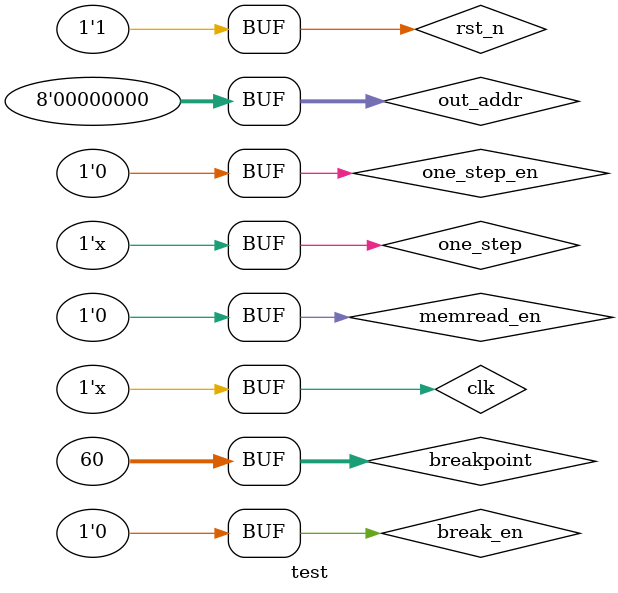
<source format=v>
`timescale 1ns / 1ps


module test;

	// Inputs
	reg clk;
	reg rst_n;
	reg memread_en;
	reg [7:0] out_addr;
	reg break_en;
	reg [31:0] breakpoint;
	reg one_step_en;
	reg one_step;
	wire [31:0] pc_addr;
	wire [31:0] irF;
	wire [31:0] irD;
	wire [3:0] sel;
	wire [7:0] show_data;

	// Instantiate the Unit Under Test (UUT)
	top uut (
		.clk(clk), 
		.rst_n(rst_n),
		.pc_addr(pc_addr),
		.memread_en(memread_en),
		.out_addr(out_addr),
		.break_en(break_en),
		.breakpoint(breakpoint),
		.irF(irF),
		.irD(irD),
		.sel(sel),
		.show_data(show_data),
		.one_step(one_step),
		.one_step_en(one_step_en)
	);
	
	always
		begin
			#10;
			clk=!clk;
		end
		
	always
	begin
		#50;
		one_step = !one_step;
	end

	initial begin
		// Initialize Inputs
		clk = 0;
		rst_n = 0;
		memread_en = 0;
		out_addr = 6'h0;
		break_en = 0;
		one_step_en = 0;
		one_step = 0;
		#10;
		rst_n = 1;
		break_en = 0;//please change this if you don't want to break
		breakpoint = 32'h3c;//break at the middle
		one_step_en = 0;//if you want to test one step, please change this

		// Wait 100 ns for global reset to finish
		
        
		// Add stimulus here

	end
      
endmodule


</source>
